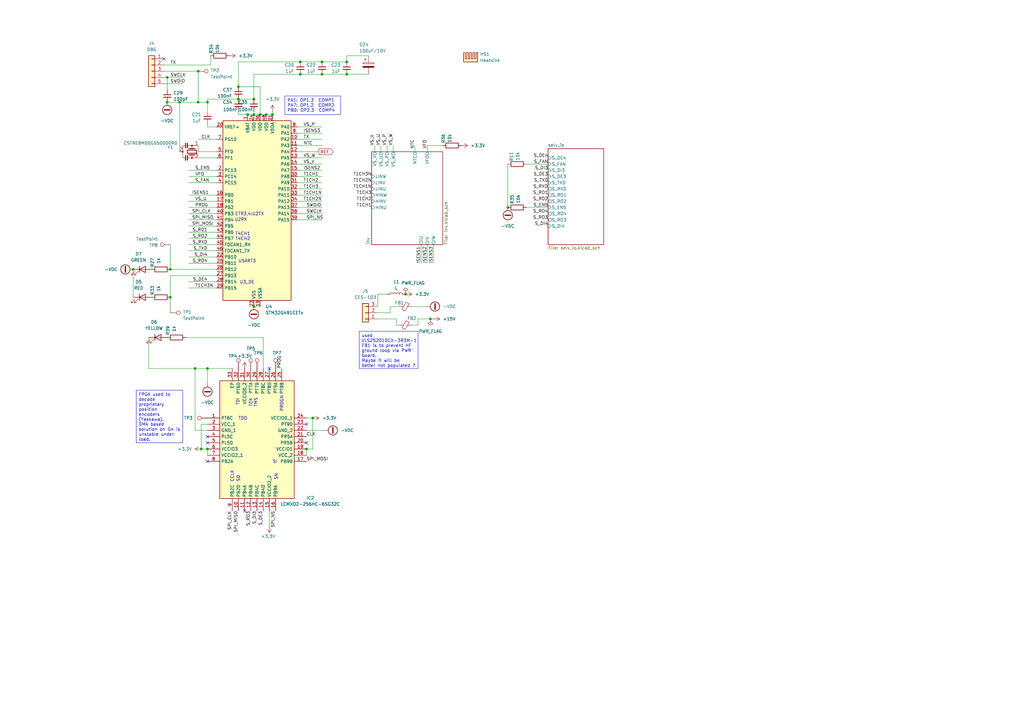
<source format=kicad_sch>
(kicad_sch (version 20231120) (generator "eeschema") (generator_version "8.0")
  (paper "A3")
  (title_block (title "SPM IGBT motor inverter") (date "2024-12-11") (rev "B3") (company "EAX Labs"))
  (lib_symbols
    (symbol "Connector:TestPoint" (pin_numbers hide) (pin_names (offset 0.762) hide)
      (property "Reference" "TP" (at 0 6.858 0))
      (property "Value" "TestPoint" (at 0 5.08 0))
      (symbol "TestPoint_0_1"
        (circle (center 0 3.302) (radius 0.762))
      )
      (symbol "TestPoint_1_1"
        (pin passive line (at 0 0 90) (length 2.54) (name "1") (number "1"))
      )
    )
    (symbol "Connector_Generic:Conn_01x03" (pin_names (offset 1.016) hide)
      (property "Reference" "J" (at 0 5.08 0))
      (property "Value" "Conn_01x03" (at 0 -5.08 0))
      (symbol "Conn_01x03_1_1"
        (rectangle (start -1.27 -2.413) (end 0 -2.667) (stroke (width 0.1524)))
        (rectangle (start -1.27 0.127) (end 0 -0.127) (stroke (width 0.1524)))
        (rectangle (start -1.27 2.667) (end 0 2.413) (stroke (width 0.1524)))
        (rectangle (start -1.27 3.81) (end 1.27 -3.81) (stroke (width 0.254)) (fill (type background)))
        (pin passive line (at -5.08 2.54 0) (length 3.81) (name "Pin_1") (number "1"))
        (pin passive line (at -5.08 0 0) (length 3.81) (name "Pin_2") (number "2"))
        (pin passive line (at -5.08 -2.54 0) (length 3.81) (name "Pin_3") (number "3"))
      )
    )
    (symbol "Connector_Generic:Conn_01x05" (pin_names (offset 1.016) hide)
      (property "Reference" "J" (at 0 7.62 0))
      (property "Value" "Conn_01x05" (at 0 -7.62 0))
      (symbol "Conn_01x05_1_1"
        (rectangle (start -1.27 -4.953) (end 0 -5.207) (stroke (width 0.1524)))
        (rectangle (start -1.27 -2.413) (end 0 -2.667) (stroke (width 0.1524)))
        (rectangle (start -1.27 0.127) (end 0 -0.127) (stroke (width 0.1524)))
        (rectangle (start -1.27 2.667) (end 0 2.413) (stroke (width 0.1524)))
        (rectangle (start -1.27 5.207) (end 0 4.953) (stroke (width 0.1524)))
        (rectangle (start -1.27 6.35) (end 1.27 -6.35) (stroke (width 0.254)) (fill (type background)))
        (pin passive line (at -5.08 5.08 0) (length 3.81) (name "Pin_1") (number "1"))
        (pin passive line (at -5.08 2.54 0) (length 3.81) (name "Pin_2") (number "2"))
        (pin passive line (at -5.08 0 0) (length 3.81) (name "Pin_3") (number "3"))
        (pin passive line (at -5.08 -2.54 0) (length 3.81) (name "Pin_4") (number "4"))
        (pin passive line (at -5.08 -5.08 0) (length 3.81) (name "Pin_5") (number "5"))
      )
    )
    (symbol "Device:C_Polarized" (pin_numbers hide) (pin_names (offset 0.254))
      (property "Reference" "C" (at 0.635 2.54 0))
      (property "Value" "C_Polarized" (at 0.635 -2.54 0))
      (symbol "C_Polarized_0_1"
        (rectangle (start -2.286 0.508) (end 2.286 1.016))
        (polyline (pts (xy -1.778 2.286) (xy -0.762 2.286)))
        (polyline (pts (xy -1.27 2.794) (xy -1.27 1.778)))
        (rectangle (start 2.286 -0.508) (end -2.286 -1.016) (fill (type outline)))
      )
      (symbol "C_Polarized_1_1"
        (pin passive line (at 0 3.81 270) (length 2.794) (name "~") (number "1"))
        (pin passive line (at 0 -3.81 90) (length 2.794) (name "~") (number "2"))
      )
    )
    (symbol "Device:C_Small" (pin_numbers hide) (pin_names (offset 0.254) hide)
      (property "Reference" "C" (at 0.254 1.778 0))
      (property "Value" "C_Small" (at 0.254 -2.032 0))
      (symbol "C_Small_0_1"
        (polyline (pts (xy -1.524 -0.508) (xy 1.524 -0.508)) (stroke (width 0.3302)))
        (polyline (pts (xy -1.524 0.508) (xy 1.524 0.508)) (stroke (width 0.3048)))
      )
      (symbol "C_Small_1_1"
        (pin passive line (at 0 2.54 270) (length 2.032) (name "~") (number "1"))
        (pin passive line (at 0 -2.54 90) (length 2.032) (name "~") (number "2"))
      )
    )
    (symbol "Device:FerriteBead_Small" (pin_numbers hide) (pin_names (offset 0))
      (property "Reference" "FB" (at 1.905 1.27 0))
      (property "Value" "FerriteBead_Small" (at 1.905 -1.27 0))
      (symbol "FerriteBead_Small_0_1"
        (polyline (pts (xy 0 -1.27) (xy 0 -0.7874)))
        (polyline (pts (xy 0 0.889) (xy 0 1.2954)))
        (polyline (pts (xy -1.8288 0.2794) (xy -1.1176 1.4986) (xy 1.8288 -0.2032) (xy 1.1176 -1.4224) (xy -1.8288 0.2794)))
      )
      (symbol "FerriteBead_Small_1_1"
        (pin passive line (at 0 2.54 270) (length 1.27) (name "~") (number "1"))
        (pin passive line (at 0 -2.54 90) (length 1.27) (name "~") (number "2"))
      )
    )
    (symbol "Device:L" (pin_numbers hide) (pin_names (offset 1.016) hide)
      (property "Reference" "L" (at -1.27 0 90))
      (property "Value" "L" (at 1.905 0 90))
      (symbol "L_0_1"
        (arc (start 0 -2.54) (mid 0.6323 -1.905) (end 0 -1.27))
        (arc (start 0 -1.27) (mid 0.6323 -0.635) (end 0 0))
        (arc (start 0 0) (mid 0.6323 0.635) (end 0 1.27))
        (arc (start 0 1.27) (mid 0.6323 1.905) (end 0 2.54))
      )
      (symbol "L_1_1"
        (pin passive line (at 0 3.81 270) (length 1.27) (name "1") (number "1"))
        (pin passive line (at 0 -3.81 90) (length 1.27) (name "2") (number "2"))
      )
    )
    (symbol "Device:LED" (pin_numbers hide) (pin_names (offset 1.016) hide)
      (property "Reference" "D" (at 0 2.54 0))
      (property "Value" "LED" (at 0 -2.54 0))
      (symbol "LED_0_1"
        (polyline (pts (xy -1.27 -1.27) (xy -1.27 1.27)) (stroke (width 0.254)))
        (polyline (pts (xy -1.27 0) (xy 1.27 0)))
        (polyline (pts (xy 1.27 -1.27) (xy 1.27 1.27) (xy -1.27 0) (xy 1.27 -1.27)) (stroke (width 0.254)))
        (polyline (pts (xy -3.048 -0.762) (xy -4.572 -2.286) (xy -3.81 -2.286) (xy -4.572 -2.286) (xy -4.572 -1.524)))
        (polyline (pts (xy -1.778 -0.762) (xy -3.302 -2.286) (xy -2.54 -2.286) (xy -3.302 -2.286) (xy -3.302 -1.524)))
      )
      (symbol "LED_1_1"
        (pin passive line (at -3.81 0 0) (length 2.54) (name "K") (number "1"))
        (pin passive line (at 3.81 0 180) (length 2.54) (name "A") (number "2"))
      )
    )
    (symbol "Device:R" (pin_numbers hide) (pin_names (offset 0))
      (property "Reference" "R" (at 2.032 0 90))
      (property "Value" "R" (at 0 0 90))
      (symbol "R_0_1"
        (rectangle (start -1.016 -2.54) (end 1.016 2.54) (stroke (width 0.254)))
      )
      (symbol "R_1_1"
        (pin passive line (at 0 3.81 270) (length 1.27) (name "~") (number "1"))
        (pin passive line (at 0 -3.81 90) (length 1.27) (name "~") (number "2"))
      )
    )
    (symbol "Device:Resonator_Small" (pin_names (offset 1.016) hide)
      (property "Reference" "Y" (at 3.175 1.905 0))
      (property "Value" "Resonator_Small" (at 3.175 0 0))
      (symbol "Resonator_Small_0_1"
        (rectangle (start -3.556 -2.54) (end -1.524 -2.794) (fill (type outline)))
        (rectangle (start -3.556 -1.778) (end -1.524 -2.032) (fill (type outline)))
        (circle (center -2.54 0) (radius 0.254) (fill (type outline)))
        (rectangle (start -0.635 1.905) (end 0.635 -1.905) (stroke (width 0.3048)))
        (circle (center 0 -3.81) (radius 0.254) (fill (type outline)))
        (polyline (pts (xy -2.54 -1.778) (xy -2.54 0)))
        (polyline (pts (xy -2.54 0) (xy -1.397 0)))
        (polyline (pts (xy -2.54 1.27) (xy -2.54 0)))
        (polyline (pts (xy -1.27 -1.27) (xy -1.27 1.27)) (stroke (width 0.381)))
        (polyline (pts (xy 1.27 -1.27) (xy 1.27 1.27)) (stroke (width 0.381)))
        (polyline (pts (xy 1.27 0) (xy 2.54 0)))
        (polyline (pts (xy 2.54 0) (xy 2.54 -1.778)))
        (polyline (pts (xy 2.54 1.27) (xy 2.54 0)))
        (polyline (pts (xy 2.413 -2.794) (xy 2.413 -3.81) (xy -2.413 -3.81) (xy -2.413 -2.667)))
        (rectangle (start 1.524 -2.54) (end 3.556 -2.794) (fill (type outline)))
        (rectangle (start 1.524 -1.778) (end 3.556 -2.032) (fill (type outline)))
        (circle (center 2.54 0) (radius 0.254) (fill (type outline)))
      )
      (symbol "Resonator_Small_1_1"
        (pin passive line (at -2.54 2.54 270) (length 1.27) (name "1") (number "1"))
        (pin passive line (at 0 -5.08 90) (length 1.27) (name "2") (number "2"))
        (pin passive line (at 2.54 2.54 270) (length 1.27) (name "3") (number "3"))
      )
    )
    (symbol "EAX:LCMXO2-256HC-6SG32C"
      (property "Reference" "IC" (at 36.83 20.32 0))
      (property "Value" "LCMXO2-256HC-6SG32C" (at 36.83 17.78 0))
      (symbol "LCMXO2-256HC-6SG32C_1_1"
        (rectangle (start 5.08 15.24) (end 35.56 -33.02) (stroke (width 0.254)) (fill (type background)))
        (pin passive line (at 0 0 0) (length 5.08) (name "PT6C") (number "1"))
        (pin passive line (at 12.7 -38.1 90) (length 5.08) (name "PB2D") (number "10"))
        (pin passive line (at 15.24 -38.1 90) (length 5.08) (name "PB4A") (number "11"))
        (pin passive line (at 17.78 -38.1 90) (length 5.08) (name "PB4B") (number "12"))
        (pin passive line (at 20.32 -38.1 90) (length 5.08) (name "PB4C") (number "13"))
        (pin passive line (at 22.86 -38.1 90) (length 5.08) (name "PB4D") (number "14"))
        (pin power_in line (at 25.4 -38.1 90) (length 5.08) (name "VCCIO2_2") (number "15"))
        (pin passive line (at 27.94 -38.1 90) (length 5.08) (name "PB9A") (number "16"))
        (pin passive line (at 40.64 -17.78 180) (length 5.08) (name "PB9B") (number "17"))
        (pin power_in line (at 40.64 -15.24 180) (length 5.08) (name "VCC_2") (number "18"))
        (pin power_in line (at 40.64 -12.7 180) (length 5.08) (name "VCCIO1") (number "19"))
        (pin passive line (at 0 -2.54 0) (length 5.08) (name "VCC_1") (number "2"))
        (pin passive line (at 40.64 -10.16 180) (length 5.08) (name "PR5B") (number "20"))
        (pin passive line (at 40.64 -7.62 180) (length 5.08) (name "PR5A") (number "21"))
        (pin power_in line (at 40.64 -5.08 180) (length 5.08) (name "GND_2") (number "22"))
        (pin passive line (at 40.64 -2.54 180) (length 5.08) (name "PT9D") (number "23"))
        (pin power_in line (at 40.64 0 180) (length 5.08) (name "VCCIO0_1") (number "24"))
        (pin passive line (at 30.48 20.32 270) (length 5.08) (name "PT9B") (number "25"))
        (pin passive line (at 27.94 20.32 270) (length 5.08) (name "PT9A") (number "26"))
        (pin passive line (at 25.4 20.32 270) (length 5.08) (name "PT8D") (number "27"))
        (pin passive line (at 22.86 20.32 270) (length 5.08) (name "PT8C") (number "28"))
        (pin passive line (at 20.32 20.32 270) (length 5.08) (name "PT7B") (number "29"))
        (pin power_in line (at 0 -5.08 0) (length 5.08) (name "GND_1") (number "3"))
        (pin passive line (at 17.78 20.32 270) (length 5.08) (name "PT7A") (number "30"))
        (pin power_in line (at 15.24 20.32 270) (length 5.08) (name "VCCIO0_2") (number "31"))
        (pin passive line (at 12.7 20.32 270) (length 5.08) (name "PT6D") (number "32"))
        (pin power_in line (at 10.16 20.32 270) (length 5.08) (name "EP") (number "33"))
        (pin passive line (at 0 -7.62 0) (length 5.08) (name "PL5C") (number "4"))
        (pin passive line (at 0 -10.16 0) (length 5.08) (name "PL5D") (number "5"))
        (pin passive line (at 0 -12.7 0) (length 5.08) (name "VCCIO3") (number "6"))
        (pin passive line (at 0 -15.24 0) (length 5.08) (name "VCCIO2_1") (number "7"))
        (pin passive line (at 0 -17.78 0) (length 5.08) (name "PB2A") (number "8"))
        (pin passive line (at 10.16 -38.1 90) (length 5.08) (name "PB2C") (number "9"))
      )
    )
    (symbol "MCU_ST_STM32G4:STM32G431C8Tx"
      (property "Reference" "U" (at -12.7 39.37 0))
      (property "Value" "STM32G431C8Tx" (at 10.16 39.37 0))
      (symbol "STM32G431C8Tx_0_1"
        (rectangle (start -12.7 -35.56) (end 15.24 38.1) (stroke (width 0.254)) (fill (type background)))
      )
      (symbol "STM32G431C8Tx_1_1"
        (pin power_in line (at -2.54 40.64 270) (length 2.54) (name "VBAT") (number "1"))
        (pin bidirectional line (at 17.78 30.48 180) (length 2.54) (name "PA2") (number "10"))
        (pin bidirectional line (at 17.78 27.94 180) (length 2.54) (name "PA3") (number "11"))
        (pin bidirectional line (at 17.78 25.4 180) (length 2.54) (name "PA4") (number "12"))
        (pin bidirectional line (at 17.78 22.86 180) (length 2.54) (name "PA5") (number "13"))
        (pin bidirectional line (at 17.78 20.32 180) (length 2.54) (name "PA6") (number "14"))
        (pin bidirectional line (at 17.78 17.78 180) (length 2.54) (name "PA7") (number "15"))
        (pin bidirectional line (at -15.24 7.62 0) (length 2.54) (name "PB0") (number "16"))
        (pin bidirectional line (at -15.24 5.08 0) (length 2.54) (name "PB1") (number "17"))
        (pin bidirectional line (at -15.24 2.54 0) (length 2.54) (name "PB2") (number "18"))
        (pin power_in line (at 2.54 -38.1 90) (length 2.54) (name "VSSA") (number "19"))
        (pin bidirectional line (at -15.24 17.78 0) (length 2.54) (name "PC13") (number "2"))
        (pin input line (at -15.24 35.56 0) (length 2.54) (name "VREF+") (number "20"))
        (pin power_in line (at 7.62 40.64 270) (length 2.54) (name "VDDA") (number "21"))
        (pin bidirectional line (at -15.24 -17.78 0) (length 2.54) (name "PB10") (number "22"))
        (pin power_in line (at 0 -38.1 90) (length 2.54) (name "VSS") (number "23"))
        (pin power_in line (at 0 40.64 270) (length 2.54) (name "VDD") (number "24"))
        (pin bidirectional line (at -15.24 -20.32 0) (length 2.54) (name "PB11") (number "25"))
        (pin bidirectional line (at -15.24 -22.86 0) (length 2.54) (name "PB12") (number "26"))
        (pin bidirectional line (at -15.24 -25.4 0) (length 2.54) (name "PB13") (number "27"))
        (pin bidirectional line (at -15.24 -27.94 0) (length 2.54) (name "PB14") (number "28"))
        (pin bidirectional line (at -15.24 -30.48 0) (length 2.54) (name "PB15") (number "29"))
        (pin bidirectional line (at -15.24 15.24 0) (length 2.54) (name "PC14") (number "3"))
        (pin bidirectional line (at 17.78 15.24 180) (length 2.54) (name "PA8") (number "30"))
        (pin bidirectional line (at 17.78 12.7 180) (length 2.54) (name "PA9") (number "31"))
        (pin bidirectional line (at 17.78 10.16 180) (length 2.54) (name "PA10") (number "32"))
        (pin bidirectional line (at 17.78 7.62 180) (length 2.54) (name "PA11") (number "33") (alternate "FDCAN1_RX" bidirectional line))
        (pin bidirectional line (at 17.78 5.08 180) (length 2.54) (name "PA12") (number "34") (alternate "FDCAN1_TX" bidirectional line))
        (pin passive line (at 0 -38.1 90) (length 2.54) hide (name "VSS") (number "35"))
        (pin power_in line (at 2.54 40.64 270) (length 2.54) (name "VDD") (number "36"))
        (pin bidirectional line (at 17.78 2.54 180) (length 2.54) (name "PA13") (number "37") (alternate "" input line))
        (pin bidirectional line (at 17.78 0 180) (length 2.54) (name "PA14") (number "38") (alternate "" input line))
        (pin bidirectional line (at 17.78 -2.54 180) (length 2.54) (name "PA15") (number "39"))
        (pin bidirectional line (at -15.24 12.7 0) (length 2.54) (name "PC15") (number "4"))
        (pin bidirectional line (at -15.24 0 0) (length 2.54) (name "PB3") (number "40"))
        (pin bidirectional line (at -15.24 -2.54 0) (length 2.54) (name "PB4") (number "41"))
        (pin bidirectional line (at -15.24 -5.08 0) (length 2.54) (name "PB5") (number "42"))
        (pin bidirectional line (at -15.24 -7.62 0) (length 2.54) (name "PB6") (number "43"))
        (pin bidirectional line (at -15.24 -10.16 0) (length 2.54) (name "PB7") (number "44"))
        (pin bidirectional line (at -15.24 -12.7 0) (length 2.54) (name "PB8") (number "45") (alternate "" input line) (alternate "FDCAN1_RX" bidirectional line))
        (pin bidirectional line (at -15.24 -15.24 0) (length 2.54) (name "PB9") (number "46") (alternate "FDCAN1_TX" bidirectional line))
        (pin passive line (at 0 -38.1 90) (length 2.54) hide (name "VSS") (number "47"))
        (pin power_in line (at 5.08 40.64 270) (length 2.54) (name "VDD") (number "48"))
        (pin bidirectional line (at -15.24 25.4 0) (length 2.54) (name "PF0") (number "5"))
        (pin bidirectional line (at -15.24 22.86 0) (length 2.54) (name "PF1") (number "6"))
        (pin bidirectional line (at -15.24 30.48 0) (length 2.54) (name "PG10") (number "7"))
        (pin bidirectional line (at 17.78 35.56 180) (length 2.54) (name "PA0") (number "8"))
        (pin bidirectional line (at 17.78 33.02 180) (length 2.54) (name "PA1") (number "9"))
      )
    )
    (symbol "Mechanical:Heatsink" (pin_names (offset 1.016)) (exclude_from_sim yes)
      (property "Reference" "HS" (at 0 5.08 0))
      (property "Value" "Heatsink" (at 0 -1.27 0))
      (symbol "Heatsink_0_1"
        (polyline (pts (xy -0.3302 1.27) (xy -0.9652 1.27) (xy -0.9652 3.81) (xy -1.6002 3.81) (xy -1.6002 1.27) (xy -2.2352 1.27) (xy -2.2352 3.81) (xy -2.8702 3.81) (xy -2.8702 0) (xy -0.9652 0)) (stroke (width 0.254)) (fill (type background)))
        (polyline (pts (xy -0.3302 1.27) (xy -0.3302 3.81) (xy 0.3048 3.81) (xy 0.3048 1.27) (xy 0.9398 1.27) (xy 0.9398 3.81) (xy 1.5748 3.81) (xy 1.5748 1.27) (xy 2.2098 1.27) (xy 2.2098 3.81) (xy 2.8448 3.81) (xy 2.8448 0) (xy -0.9652 0)) (stroke (width 0.254)) (fill (type background)))
      )
    )
    (symbol "power:+15V" (power) (pin_numbers hide) (pin_names (offset 0) hide)
      (property "Value" "+15V" (at 0 3.556 0))
      (symbol "+15V_0_1"
        (polyline (pts (xy -0.762 1.27) (xy 0 2.54)))
        (polyline (pts (xy 0 0) (xy 0 2.54)))
        (polyline (pts (xy 0 2.54) (xy 0.762 1.27)))
      )
      (symbol "+15V_1_1"
        (pin power_in line (at 0 0 90) (length 0) (name "~") (number "1"))
      )
    )
    (symbol "power:+3.3V" (power) (pin_numbers hide) (pin_names (offset 0) hide)
      (property "Value" "+3.3V" (at 0 3.556 0))
      (symbol "+3.3V_0_1"
        (polyline (pts (xy -0.762 1.27) (xy 0 2.54)))
        (polyline (pts (xy 0 0) (xy 0 2.54)))
        (polyline (pts (xy 0 2.54) (xy 0.762 1.27)))
      )
      (symbol "+3.3V_1_1"
        (pin power_in line (at 0 0 90) (length 0) (name "~") (number "1"))
      )
    )
    (symbol "power:-VDC" (power) (pin_numbers hide) (pin_names (offset 0) hide)
      (property "Value" "-VDC" (at 0 6.35 0))
      (symbol "-VDC_0_1"
        (polyline (pts (xy -1.143 3.175) (xy 1.143 3.175)) (stroke (width 0.508)))
        (polyline (pts (xy 0 0) (xy 0 1.27)))
        (circle (center 0 3.175) (radius 1.905) (stroke (width 0.254)))
      )
      (symbol "-VDC_1_1"
        (pin power_in line (at 0 0 90) (length 0) (name "~") (number "1"))
      )
    )
    (symbol "power:PWR_FLAG" (power) (pin_numbers hide) (pin_names (offset 0) hide)
      (property "Value" "PWR_FLAG" (at 0 3.81 0))
      (symbol "PWR_FLAG_0_0"
        (pin power_out line (at 0 0 90) (length 0) (name "~") (number "1"))
      )
      (symbol "PWR_FLAG_0_1"
        (polyline (pts (xy 0 0) (xy 0 1.27) (xy -1.016 1.905) (xy 0 2.54) (xy 1.016 1.905) (xy 0 1.27)))
      )
    )
  )
  (junction (at 82.55 184.15))
  (junction (at 104.14 125.73))
  (junction (at 166.37 120.65))
  (junction (at 68.58 41.91))
  (junction (at 106.68 46.99))
  (junction (at 176.53 130.81))
  (junction (at 68.58 31.75))
  (junction (at 85.09 151.13))
  (junction (at 125.73 184.15))
  (junction (at 85.09 41.91))
  (junction (at 97.79 40.64))
  (junction (at 109.22 46.99))
  (junction (at 97.79 35.56))
  (junction (at 142.24 30.48))
  (junction (at 132.08 25.4))
  (junction (at 54.61 110.49))
  (junction (at 132.08 30.48))
  (junction (at 80.01 151.13))
  (junction (at 69.85 121.92))
  (junction (at 101.6 46.99))
  (junction (at 142.24 25.4))
  (junction (at 104.14 40.64))
  (junction (at 111.76 46.99))
  (junction (at 81.28 41.91))
  (junction (at 69.85 110.49))
  (junction (at 123.19 30.48))
  (junction (at 73.66 41.91))
  (junction (at 85.09 184.15))
  (junction (at 208.28 85.09))
  (junction (at 128.27 171.45))
  (junction (at 104.14 46.99))
  (junction (at 123.19 25.4))
  (junction (at 81.28 29.21))
  (no_connect (at 125.73 181.61))
  (no_connect (at 67.31 24.13))
  (no_connect (at 85.09 181.61))
  (no_connect (at 85.09 189.23))
  (no_connect (at 110.49 151.13))
  (no_connect (at 85.09 179.07))
  (no_connect (at 100.33 209.55))
  (no_connect (at 125.73 173.99))
  (wire (pts (xy 142.24 25.4) (xy 132.08 25.4)))
  (wire (pts (xy 77.47 102.87) (xy 88.9 102.87)))
  (wire (pts (xy 125.73 184.15) (xy 128.27 184.15)))
  (wire (pts (xy 104.14 30.48) (xy 104.14 40.64)))
  (wire (pts (xy 123.19 30.48) (xy 104.14 30.48)))
  (wire (pts (xy 158.75 120.65) (xy 154.94 120.65)))
  (wire (pts (xy 77.47 74.93) (xy 88.9 74.93)))
  (wire (pts (xy 163.83 125.73) (xy 160.02 125.73)))
  (wire (pts (xy 110.49 215.9) (xy 110.49 209.55)))
  (wire (pts (xy 97.79 40.64) (xy 85.09 40.64)))
  (wire (pts (xy 97.79 35.56) (xy 106.68 35.56)))
  (wire (pts (xy 54.61 110.49) (xy 54.61 121.92)))
  (wire (pts (xy 85.09 41.91) (xy 81.28 41.91)))
  (wire (pts (xy 81.28 62.23) (xy 88.9 62.23)))
  (wire (pts (xy 125.73 176.53) (xy 133.35 176.53)))
  (wire (pts (xy 128.27 184.15) (xy 128.27 171.45)))
  (wire (pts (xy 177.8 100.33) (xy 177.8 107.95)))
  (wire (pts (xy 68.58 31.75) (xy 68.58 36.83)))
  (wire (pts (xy 171.45 130.81) (xy 176.53 130.81)))
  (wire (pts (xy 88.9 52.07) (xy 85.09 52.07)))
  (wire (pts (xy 156.21 59.69) (xy 156.21 62.23)))
  (wire (pts (xy 153.67 59.69) (xy 153.67 62.23)))
  (wire (pts (xy 154.94 120.65) (xy 154.94 125.73)))
  (wire (pts (xy 101.6 46.99) (xy 104.14 46.99)))
  (wire (pts (xy 132.08 30.48) (xy 123.19 30.48)))
  (wire (pts (xy 67.31 26.67) (xy 86.36 26.67)))
  (wire (pts (xy 81.28 41.91) (xy 73.66 41.91)))
  (wire (pts (xy 73.66 41.91) (xy 68.58 41.91)))
  (wire (pts (xy 175.26 125.73) (xy 168.91 125.73)))
  (wire (pts (xy 97.79 45.72) (xy 97.79 46.99)))
  (wire (pts (xy 77.47 72.39) (xy 88.9 72.39)))
  (wire (pts (xy 104.14 125.73) (xy 106.68 125.73)))
  (wire (pts (xy 67.31 29.21) (xy 81.28 29.21)))
  (wire (pts (xy 106.68 46.99) (xy 109.22 46.99)))
  (wire (pts (xy 77.47 82.55) (xy 88.9 82.55)))
  (wire (pts (xy 172.72 100.33) (xy 172.72 107.95)))
  (wire (pts (xy 106.68 35.56) (xy 106.68 46.99)))
  (wire (pts (xy 81.28 29.21) (xy 81.28 41.91)))
  (wire (pts (xy 77.47 118.11) (xy 88.9 118.11)))
  (wire (pts (xy 86.36 26.67) (xy 86.36 22.86)))
  (wire (pts (xy 123.19 25.4) (xy 97.79 25.4)))
  (wire (pts (xy 81.28 57.15) (xy 88.9 57.15)))
  (wire (pts (xy 73.66 41.91) (xy 73.66 62.23)))
  (wire (pts (xy 121.92 80.01) (xy 132.08 80.01)))
  (wire (pts (xy 160.02 128.27) (xy 154.94 128.27)))
  (wire (pts (xy 68.58 31.75) (xy 74.93 31.75)))
  (wire (pts (xy 69.85 100.33) (xy 69.85 110.49)))
  (wire (pts (xy 121.92 74.93) (xy 132.08 74.93)))
  (wire (pts (xy 121.92 85.09) (xy 132.08 85.09)))
  (wire (pts (xy 171.45 133.35) (xy 171.45 130.81)))
  (wire (pts (xy 85.09 184.15) (xy 85.09 186.69)))
  (wire (pts (xy 104.14 45.72) (xy 104.14 46.99)))
  (wire (pts (xy 67.31 31.75) (xy 68.58 31.75)))
  (wire (pts (xy 104.14 40.64) (xy 97.79 40.64)))
  (wire (pts (xy 176.53 130.81) (xy 177.8 130.81)))
  (wire (pts (xy 69.85 113.03) (xy 69.85 121.92)))
  (wire (pts (xy 125.73 184.15) (xy 125.73 186.69)))
  (wire (pts (xy 158.75 59.69) (xy 158.75 62.23)))
  (wire (pts (xy 132.08 25.4) (xy 123.19 25.4)))
  (wire (pts (xy 82.55 184.15) (xy 85.09 184.15)))
  (wire (pts (xy 121.92 69.85) (xy 132.08 69.85)))
  (wire (pts (xy 208.28 67.31) (xy 208.28 85.09)))
  (wire (pts (xy 97.79 25.4) (xy 97.79 35.56)))
  (wire (pts (xy 67.31 34.29) (xy 74.93 34.29)))
  (wire (pts (xy 142.24 30.48) (xy 151.13 30.48)))
  (wire (pts (xy 77.47 107.95) (xy 88.9 107.95)))
  (wire (pts (xy 81.28 62.23) (xy 81.28 59.69)))
  (wire (pts (xy 160.02 125.73) (xy 160.02 128.27)))
  (wire (pts (xy 121.92 67.31) (xy 132.08 67.31)))
  (wire (pts (xy 142.24 22.86) (xy 142.24 25.4)))
  (wire (pts (xy 215.9 67.31) (xy 224.79 67.31)))
  (wire (pts (xy 77.47 69.85) (xy 88.9 69.85)))
  (wire (pts (xy 121.92 57.15) (xy 132.08 57.15)))
  (wire (pts (xy 81.28 64.77) (xy 88.9 64.77)))
  (wire (pts (xy 104.14 46.99) (xy 106.68 46.99)))
  (wire (pts (xy 121.92 62.23) (xy 130.81 62.23)))
  (wire (pts (xy 121.92 59.69) (xy 132.08 59.69)))
  (wire (pts (xy 121.92 87.63) (xy 132.08 87.63)))
  (wire (pts (xy 77.47 115.57) (xy 88.9 115.57)))
  (wire (pts (xy 77.47 87.63) (xy 88.9 87.63)))
  (wire (pts (xy 121.92 82.55) (xy 132.08 82.55)))
  (wire (pts (xy 175.26 59.69) (xy 181.61 59.69)))
  (wire (pts (xy 69.85 121.92) (xy 69.85 128.27)))
  (wire (pts (xy 111.76 45.72) (xy 111.76 46.99)))
  (wire (pts (xy 60.96 138.43) (xy 60.96 151.13)))
  (wire (pts (xy 121.92 72.39) (xy 132.08 72.39)))
  (wire (pts (xy 162.56 130.81) (xy 154.94 130.81)))
  (wire (pts (xy 175.26 59.69) (xy 175.26 62.23)))
  (wire (pts (xy 77.47 80.01) (xy 88.9 80.01)))
  (wire (pts (xy 85.09 52.07) (xy 85.09 50.8)))
  (wire (pts (xy 95.25 151.13) (xy 85.09 151.13)))
  (wire (pts (xy 97.79 46.99) (xy 101.6 46.99)))
  (wire (pts (xy 85.09 151.13) (xy 85.09 157.48)))
  (wire (pts (xy 168.91 133.35) (xy 171.45 133.35)))
  (wire (pts (xy 121.92 54.61) (xy 132.08 54.61)))
  (wire (pts (xy 121.92 64.77) (xy 132.08 64.77)))
  (wire (pts (xy 69.85 110.49) (xy 88.9 110.49)))
  (wire (pts (xy 107.95 138.43) (xy 76.2 138.43)))
  (wire (pts (xy 80.01 151.13) (xy 85.09 151.13)))
  (wire (pts (xy 77.47 95.25) (xy 88.9 95.25)))
  (wire (pts (xy 85.09 40.64) (xy 85.09 41.91)))
  (wire (pts (xy 60.96 151.13) (xy 80.01 151.13)))
  (wire (pts (xy 85.09 45.72) (xy 85.09 41.91)))
  (wire (pts (xy 121.92 90.17) (xy 132.08 90.17)))
  (wire (pts (xy 161.29 59.69) (xy 161.29 62.23)))
  (wire (pts (xy 77.47 92.71) (xy 88.9 92.71)))
  (wire (pts (xy 142.24 30.48) (xy 132.08 30.48)))
  (wire (pts (xy 77.47 85.09) (xy 88.9 85.09)))
  (wire (pts (xy 125.73 171.45) (xy 128.27 171.45)))
  (wire (pts (xy 151.13 22.86) (xy 142.24 22.86)))
  (wire (pts (xy 121.92 77.47) (xy 132.08 77.47)))
  (wire (pts (xy 77.47 105.41) (xy 88.9 105.41)))
  (wire (pts (xy 121.92 52.07) (xy 132.08 52.07)))
  (wire (pts (xy 109.22 46.99) (xy 111.76 46.99)))
  (wire (pts (xy 85.09 173.99) (xy 82.55 173.99)))
  (wire (pts (xy 80.01 176.53) (xy 80.01 151.13)))
  (wire (pts (xy 82.55 173.99) (xy 82.55 184.15)))
  (wire (pts (xy 77.47 97.79) (xy 88.9 97.79)))
  (wire (pts (xy 215.9 85.09) (xy 224.79 85.09)))
  (wire (pts (xy 85.09 176.53) (xy 80.01 176.53)))
  (wire (pts (xy 77.47 90.17) (xy 88.9 90.17)))
  (wire (pts (xy 69.85 113.03) (xy 88.9 113.03)))
  (wire (pts (xy 170.18 59.69) (xy 170.18 62.23)))
  (wire (pts (xy 107.95 151.13) (xy 107.95 138.43)))
  (wire (pts (xy 175.26 100.33) (xy 175.26 107.95)))
  (wire (pts (xy 77.47 100.33) (xy 88.9 100.33)))
  (wire (pts (xy 162.56 133.35) (xy 163.83 133.35)))
  (wire (pts (xy 162.56 133.35) (xy 162.56 130.81)))
  (text_box "PA1: OP1,3  COMP1\nPA7: OP1,2  COMP2\nPB0: OP2,3  COMP4" (at 116.84 39.37 0) (size 22.86 7.62) (effects (font (size 1.27 1.27)) (justify left top)))
  (text_box "FPGA used to decode proprietary position encoders (Yaskawa). \nDMA based solution on G4 is unstable under load." (at 55.88 160.02 0) (size 19.05 21.59) (effects (font (size 1.27 1.27)) (justify left top)))
  (text_box "used VLS252010CX-3R3M-1\nFB1 is to prevent HF ground loop via PWR board. \nMaybe it will be better not populated ?" (at 147.32 135.89 0) (size 24.13 15.24) (effects (font (size 1.27 1.27)) (justify left top)))
  (text "TDI" (at 97.536 164.846 90) (effects (font (size 1.27 1.27))))
  (text "PROGN" (at 115.57 165.608 90) (effects (font (size 1.27 1.27))))
  (text "TDO" (at 99.568 171.704 0) (effects (font (size 1.27 1.27))))
  (text "SO" (at 97.79 196.342 90) (effects (font (size 1.27 1.27))))
  (text "USART3" (at 101.346 107.188 0) (effects (font (size 1.27 1.27))))
  (text "T4CH1\nT4CH2" (at 99.568 97.028 0) (effects (font (size 1.27 1.27))))
  (text "TCK\nTMS" (at 103.886 165.1 90) (effects (font (size 1.27 1.27))))
  (text "SN" (at 113.284 195.58 90) (effects (font (size 1.27 1.27))))
  (text "SI" (at 112.776 189.484 0) (effects (font (size 1.27 1.27))))
  (text "U2RX" (at 98.806 90.17 0) (effects (font (size 1.27 1.27))))
  (text "ETR3,4;U2TX" (at 102.362 87.884 0) (effects (font (size 1.27 1.27))))
  (text "U3_DE" (at 101.346 115.824 0) (effects (font (size 1.27 1.27))))
  (text "CCLK" (at 95.25 195.326 90) (effects (font (size 1.27 1.27))))
  (label "S_DI3" (at 224.79 69.85 180))
  (label "S_DE4" (at 85.09 115.57 180))
  (label "S_EN5" (at 224.79 85.09 180))
  (label "S_RO1" (at 224.79 80.01 180))
  (label "PROG" (at 115.57 151.13 90))
  (label "SPI_MISO" (at 78.74 90.17 0))
  (label "SWDIO" (at 125.73 85.09 0))
  (label "ISENS3" (at 177.8 107.95 90))
  (label "VS_U" (at 156.21 59.69 90))
  (label "VS_P" (at 158.75 59.69 90))
  (label "SPI_MOSI" (at 78.74 92.71 0))
  (label "SWCLK" (at 69.85 31.75 0))
  (label "TX" (at 124.46 57.15 0))
  (label "T1CH1N" (at 152.4 77.47 180))
  (label "SPI_CLK" (at 78.74 87.63 0))
  (label "S_EN5" (at 80.01 69.85 0))
  (label "NTC" (at 124.46 59.69 0))
  (label "ISENS1" (at 78.74 80.01 0))
  (label "SPI_MISO" (at 97.79 209.55 270))
  (label "S_FAN" (at 80.01 74.93 0))
  (label "ISENS1" (at 172.72 107.95 90))
  (label "VS_W" (at 161.29 59.69 90))
  (label "T1CH2N" (at 124.46 82.55 0))
  (label "T1CH3N" (at 80.01 118.11 0))
  (label "ISENS2" (at 175.26 107.95 90))
  (label "VFO" (at 175.26 60.96 90))
  (label "S_RO4" (at 224.79 87.63 180))
  (label "SPI_NS" (at 113.03 209.55 270))
  (label "T1CH2" (at 124.46 74.93 0))
  (label "S_TXD" (at 224.79 74.93 180))
  (label "S_RO1" (at 85.09 95.25 180))
  (label "CLK" (at 125.73 179.07 0))
  (label "S_RO4" (at 85.09 107.95 180))
  (label "T1CH1" (at 124.46 72.39 0))
  (label "VS_U" (at 80.01 82.55 0))
  (label "VS_V" (at 124.46 67.31 0))
  (label "T1CH3N" (at 152.4 72.39 180))
  (label "T1CH2" (at 152.4 82.55 180))
  (label "TX" (at 69.85 26.67 0))
  (label "T1CH1" (at 152.4 85.09 180))
  (label "S_RO2" (at 85.09 97.79 180))
  (label "SPI_NS" (at 125.73 90.17 0))
  (label "VFO" (at 83.82 72.39 180))
  (label "S_DI4" (at 85.09 105.41 180))
  (label "T1CH3" (at 124.46 77.47 0))
  (label "NTC" (at 170.18 60.96 90))
  (label "SWCLK" (at 125.73 87.63 0))
  (label "S_RO3" (at 224.79 90.17 180))
  (label "S_RXD" (at 85.09 100.33 180))
  (label "S_DE3" (at 107.95 209.55 270))
  (label "VS_V" (at 153.67 59.69 90))
  (label "S_DE4" (at 224.79 64.77 180))
  (label "S_FAN" (at 224.79 67.31 180))
  (label "S_RXD" (at 224.79 77.47 180))
  (label "CLK" (at 82.55 57.15 0))
  (label "VS_W" (at 124.46 64.77 0))
  (label "SPI_MOSI" (at 125.73 189.23 0))
  (label "T1CH2N" (at 152.4 74.93 180))
  (label "S_TXD" (at 85.09 102.87 180))
  (label "S_RO2" (at 224.79 82.55 180))
  (label "SPI_CLK" (at 95.25 209.55 270))
  (label "S_DI3" (at 105.41 209.55 270))
  (label "T1CH1N" (at 124.46 80.01 0))
  (label "SWDIO" (at 69.85 34.29 0))
  (label "T1CH3" (at 152.4 80.01 180))
  (label "VS_P" (at 124.46 52.07 0))
  (label "S_DI4" (at 224.79 92.71 180))
  (label "ISENS3" (at 124.46 54.61 0))
  (label "ISENS2" (at 124.46 69.85 0))
  (label "S_DE3" (at 224.79 72.39 180))
  (label "S_RO3" (at 102.87 209.55 270))
  (label "PROG" (at 80.01 85.09 0))
  (global_label "REF" (shape output) (at 130.81 62.23 0) (property "Intersheetrefs" "${INTERSHEET_REFS}" (effects (hide yes))))
  (symbol (lib_id "Device:R") (at 212.09 67.31 90) (mirror x) (unit 1)
    (property "Reference" "R11" (at 209.804 62.23 0) (effects (justify left)))
    (property "Value" "10k" (at 212.344 62.23 0) (effects (justify left)))
    (property "Footprint" "Resistor_SMD:R_0603_1608Metric_Pad0.98x0.95mm_HandSolder" (effects (hide yes)))
    (property "Description" "Resistor" (effects (hide yes)))
  )
  (symbol (lib_id "power:-VDC") (at 175.26 125.73 270) (unit 1)
    (property "Reference" "#PWR044" (effects (hide yes)))
    (property "Value" "-VDC" (at 181.61 125.7299 90) (effects (justify left)))
    (property "Description" "Power symbol creates a global label with name \"-VDC\"" (effects (hide yes)))
  )
  (symbol (lib_id "power:+3.3V") (at 189.23 59.69 270) (unit 1)
    (property "Reference" "#PWR067" (effects (hide yes)))
    (property "Value" "+3.3V" (at 193.04 59.6899 90) (effects (justify left)))
    (property "Description" "Power symbol creates a global label with name \"+3.3V\"" (effects (hide yes)))
  )
  (symbol (lib_id "power:-VDC") (at 85.09 157.48 180) (unit 1)
    (property "Reference" "#PWR060" (effects (hide yes)))
    (property "Value" "-VDC" (at 85.09 165.1 0))
    (property "Description" "Power symbol creates a global label with name \"-VDC\"" (effects (hide yes)))
  )
  (symbol (lib_id "Connector:TestPoint") (at 97.79 151.13 0) (unit 1)
    (property "Reference" "TP4" (at 93.726 146.05 0) (effects (justify left)))
    (property "Value" "TestPoint" (effects (hide yes)))
    (property "Footprint" "TestPoint:TestPoint_THTPad_D1.0mm_Drill0.5mm" (effects (hide yes)))
    (property "Description" "test point" (effects (hide yes)))
  )
  (symbol (lib_id "Device:R") (at 90.17 22.86 90) (mirror x) (unit 1)
    (property "Reference" "R34" (at 86.614 18.034 0) (effects (justify left)))
    (property "Value" "10k" (at 89.154 18.034 0) (effects (justify left)))
    (property "Footprint" "Resistor_SMD:R_0603_1608Metric_Pad0.98x0.95mm_HandSolder" (effects (hide yes)))
    (property "Description" "Resistor" (effects (hide yes)))
  )
  (symbol (lib_id "Device:R") (at 72.39 138.43 90) (mirror x) (unit 1)
    (property "Reference" "R39" (at 68.834 133.604 0) (effects (justify left)))
    (property "Value" "1k" (at 71.374 133.604 0) (effects (justify left)))
    (property "Footprint" "Resistor_SMD:R_0603_1608Metric_Pad0.98x0.95mm_HandSolder" (effects (hide yes)))
    (property "Description" "Resistor" (effects (hide yes)))
  )
  (symbol (lib_id "Device:C_Small") (at 97.79 43.18 0) (mirror y) (unit 1)
    (property "Reference" "C34" (at 95.25 41.9162 0) (effects (justify left)))
    (property "Value" "100nF" (at 97.536 44.958 0) (effects (justify left)))
    (property "Footprint" "Capacitor_SMD:C_0603_1608Metric_Pad1.08x0.95mm_HandSolder" (effects (hide yes)))
    (property "Description" "Unpolarized capacitor, small symbol" (effects (hide yes)))
  )
  (symbol (lib_id "Device:C_Small") (at 68.58 39.37 0) (unit 1)
    (property "Reference" "C29" (at 71.12 38.1062 0) (effects (justify left)))
    (property "Value" "100pF" (at 71.12 40.6462 0) (effects (justify left)))
    (property "Footprint" "Capacitor_SMD:C_0603_1608Metric_Pad1.08x0.95mm_HandSolder" (effects (hide yes)))
    (property "Description" "Unpolarized capacitor, small symbol" (effects (hide yes)))
  )
  (symbol (lib_id "power:+3.3V") (at 110.49 215.9 180) (unit 1)
    (property "Reference" "#PWR064" (effects (hide yes)))
    (property "Value" "+3.3V" (at 109.982 219.964 0))
    (property "Description" "Power symbol creates a global label with name \"+3.3V\"" (effects (hide yes)))
  )
  (symbol (lib_id "Device:LED") (at 58.42 121.92 0) (unit 1)
    (property "Reference" "D5" (at 56.8325 115.57 0))
    (property "Value" "RED" (at 56.8325 118.11 0))
    (property "Footprint" "LED_SMD:LED_0603_1608Metric" (effects (hide yes)))
    (property "Description" "Light emitting diode" (effects (hide yes)))
  )
  (symbol (lib_id "Device:C_Small") (at 132.08 27.94 0) (mirror y) (unit 1)
    (property "Reference" "C22" (at 129.54 26.6762 0) (effects (justify left)))
    (property "Value" "1uF" (at 129.54 29.2162 0) (effects (justify left)))
    (property "Footprint" "Capacitor_SMD:C_0603_1608Metric_Pad1.08x0.95mm_HandSolder" (effects (hide yes)))
    (property "Description" "Unpolarized capacitor, small symbol" (effects (hide yes)))
  )
  (symbol (lib_id "power:+3.3V") (at 166.37 120.65 270) (unit 1)
    (property "Reference" "#PWR052" (effects (hide yes)))
    (property "Value" "+3.3V" (at 170.18 120.6499 90) (effects (justify left)))
    (property "Description" "Power symbol creates a global label with name \"+3.3V\"" (effects (hide yes)))
  )
  (symbol (lib_id "Connector:TestPoint") (at 85.09 171.45 90) (unit 1)
    (property "Reference" "TP3" (at 77.216 171.45 90))
    (property "Value" "TestPoint" (effects (hide yes)))
    (property "Footprint" "TestPoint:TestPoint_THTPad_D1.0mm_Drill0.5mm" (effects (hide yes)))
    (property "Description" "test point" (effects (hide yes)))
  )
  (symbol (lib_id "Device:FerriteBead_Small") (at 166.37 133.35 90) (unit 1)
    (property "Reference" "FB2" (at 168.91 130.556 90))
    (property "Value" "FerriteBead_Small" (effects (hide yes)))
    (property "Footprint" "Inductor_SMD:L_1206_3216Metric" (effects (hide yes)))
    (property "Description" "Ferrite bead, small symbol" (effects (hide yes)))
  )
  (symbol (lib_id "MCU_ST_STM32G4:STM32G431C8Tx") (at 104.14 87.63 0) (unit 1)
    (property "Reference" "U4" (at 108.8741 125.73 0) (effects (justify left)))
    (property "Value" "STM32G491CETx" (at 108.8741 128.27 0) (effects (justify left)))
    (property "Footprint" "Package_QFP:LQFP-48_7x7mm_P0.5mm" (effects (hide yes)))
    (property "Datasheet" "https://www.st.com/resource/en/datasheet/stm32g431c8.pdf" (effects (hide yes)))
    (property "Description" "STMicroelectronics Arm Cortex-M4 MCU, 64KB flash, 32KB RAM, 170 MHz, 1.71-3.6V, 38 GPIO, LQFP48" (effects (hide yes)))
    (pin "46" (alternate "FDCAN1_TX"))
    (pin "38" (alternate "PA14"))
    (pin "37" (alternate "PA13"))
    (pin "45" (alternate "FDCAN1_RX"))
  )
  (symbol (lib_id "Device:C_Small") (at 85.09 48.26 0) (mirror y) (unit 1)
    (property "Reference" "C21" (at 82.55 46.9962 0) (effects (justify left)))
    (property "Value" "1uF" (at 82.55 49.5362 0) (effects (justify left)))
    (property "Footprint" "Capacitor_SMD:C_0603_1608Metric_Pad1.08x0.95mm_HandSolder" (effects (hide yes)))
    (property "Description" "Unpolarized capacitor, small symbol" (effects (hide yes)))
  )
  (symbol (lib_id "power:PWR_FLAG") (at 166.37 120.65 0) (unit 1)
    (property "Reference" "#FLG04" (effects (hide yes)))
    (property "Value" "PWR_FLAG" (at 169.418 116.078 0))
    (property "Description" "Special symbol for telling ERC where power comes from" (effects (hide yes)))
  )
  (symbol (lib_id "Device:R") (at 212.09 85.09 90) (mirror x) (unit 1)
    (property "Reference" "R35" (at 210.058 79.756 0) (effects (justify left)))
    (property "Value" "10k" (at 212.598 79.756 0) (effects (justify left)))
    (property "Footprint" "Resistor_SMD:R_0603_1608Metric_Pad0.98x0.95mm_HandSolder" (effects (hide yes)))
    (property "Description" "Resistor" (effects (hide yes)))
  )
  (symbol (lib_id "Device:LED") (at 58.42 110.49 0) (unit 1)
    (property "Reference" "D7" (at 56.8325 104.14 0))
    (property "Value" "GREEN" (at 56.8325 106.68 0))
    (property "Footprint" "LED_SMD:LED_0603_1608Metric" (effects (hide yes)))
    (property "Description" "Light emitting diode" (effects (hide yes)))
  )
  (symbol (lib_id "Device:LED") (at 64.77 138.43 0) (unit 1)
    (property "Reference" "D6" (at 63.1825 132.08 0))
    (property "Value" "YELLOW" (at 63.1825 134.62 0))
    (property "Footprint" "LED_SMD:LED_0603_1608Metric" (effects (hide yes)))
    (property "Description" "Light emitting diode" (effects (hide yes)))
  )
  (symbol (lib_id "power:-VDC") (at 208.28 85.09 180) (unit 1)
    (property "Reference" "#PWR017" (effects (hide yes)))
    (property "Value" "-VDC" (at 208.28 92.71 0))
    (property "Description" "Power symbol creates a global label with name \"-VDC\"" (effects (hide yes)))
  )
  (symbol (lib_id "Device:R") (at 66.04 110.49 90) (mirror x) (unit 1)
    (property "Reference" "R27" (at 62.484 105.664 0) (effects (justify left)))
    (property "Value" "1k" (at 65.024 105.664 0) (effects (justify left)))
    (property "Footprint" "Resistor_SMD:R_0603_1608Metric_Pad0.98x0.95mm_HandSolder" (effects (hide yes)))
    (property "Description" "Resistor" (effects (hide yes)))
  )
  (symbol (lib_id "Device:C_Polarized") (at 151.13 26.67 0) (unit 1)
    (property "Reference" "C24" (at 147.32 18.288 0) (effects (justify left)))
    (property "Value" "100uF/10V" (at 147.32 20.828 0) (effects (justify left)))
    (property "Footprint" "Capacitor_Tantalum_SMD:CP_EIA-6032-28_Kemet-C" (effects (hide yes)))
    (property "Description" "Polarized capacitor" (effects (hide yes)))
  )
  (symbol (lib_id "Device:C_Small") (at 97.79 38.1 0) (mirror y) (unit 1)
    (property "Reference" "C37" (at 95.25 36.8362 0) (effects (justify left)))
    (property "Value" "100nF" (at 95.25 39.3762 0) (effects (justify left)))
    (property "Footprint" "Capacitor_SMD:C_0603_1608Metric_Pad1.08x0.95mm_HandSolder" (effects (hide yes)))
    (property "Description" "Unpolarized capacitor, small symbol" (effects (hide yes)))
  )
  (symbol (lib_id "power:PWR_FLAG") (at 176.53 130.81 180) (unit 1)
    (property "Reference" "#FLG03" (effects (hide yes)))
    (property "Value" "PWR_FLAG" (at 176.53 135.89 0))
    (property "Description" "Special symbol for telling ERC where power comes from" (effects (hide yes)))
  )
  (symbol (lib_id "Device:L") (at 162.56 120.65 90) (unit 1)
    (property "Reference" "L1" (at 162.56 115.57 90))
    (property "Value" "L" (at 162.56 118.11 90))
    (property "Footprint" "Inductor_SMD:L_1206_3216Metric" (effects (hide yes)))
    (property "Description" "Inductor" (effects (hide yes)))
  )
  (symbol (lib_id "Connector_Generic:Conn_01x05") (at 62.23 29.21 0) (mirror y) (unit 1)
    (property "Reference" "J4" (at 62.23 17.78 0))
    (property "Value" "DBG" (at 62.23 20.32 0))
    (property "Footprint" "Connector_Molex:Molex_PicoBlade_53048-0510_1x05_P1.25mm_Horizontal" (effects (hide yes)))
    (property "Description" "Generic connector, single row, 01x05, script generated (kicad-library-utils/schlib/autogen/connector/)" (effects (hide yes)))
  )
  (symbol (lib_id "Mechanical:Heatsink") (at 193.04 25.4 0) (unit 1) (exclude_from_sim yes) (on_board no)
    (property "Reference" "HS1" (at 196.85 22.2249 0) (effects (justify left)))
    (property "Value" "Heatsink" (at 196.85 24.7649 0) (effects (justify left)))
    (property "Footprint" "Heatsink:Heatsink_Stonecold_HS-S03_13.21x12.7mm" (effects (hide yes)))
    (property "Description" "Heatsink" (effects (hide yes)))
  )
  (symbol (lib_id "Connector:TestPoint") (at 102.87 151.13 0) (unit 1)
    (property "Reference" "TP5" (at 101.092 143.002 0) (effects (justify left)))
    (property "Value" "TestPoint" (effects (hide yes)))
    (property "Footprint" "TestPoint:TestPoint_THTPad_D1.0mm_Drill0.5mm" (effects (hide yes)))
    (property "Description" "test point" (effects (hide yes)))
  )
  (symbol (lib_id "power:+3.3V") (at 128.27 171.45 270) (unit 1)
    (property "Reference" "#PWR063" (effects (hide yes)))
    (property "Value" "+3.3V" (at 132.08 171.4499 90) (effects (justify left)))
    (property "Description" "Power symbol creates a global label with name \"+3.3V\"" (effects (hide yes)))
  )
  (symbol (lib_id "Device:C_Small") (at 142.24 27.94 0) (mirror y) (unit 1)
    (property "Reference" "C23" (at 139.7 26.6762 0) (effects (justify left)))
    (property "Value" "1uF" (at 139.7 29.2162 0) (effects (justify left)))
    (property "Footprint" "Capacitor_SMD:C_0603_1608Metric_Pad1.08x0.95mm_HandSolder" (effects (hide yes)))
    (property "Description" "Unpolarized capacitor, small symbol" (effects (hide yes)))
  )
  (symbol (lib_id "Device:Resonator_Small") (at 78.74 62.23 270) (unit 1)
    (property "Reference" "Y1" (at 69.85 60.452 90))
    (property "Value" "CSTNE8M00G550000R0" (at 61.722 58.674 90))
    (property "Footprint" "Crystal:Resonator_SMD_Murata_CSTxExxV-3Pin_3.0x1.1mm" (effects (hide yes)))
    (property "Description" "Three pin ceramic resonator, small symbol" (effects (hide yes)))
  )
  (symbol (lib_id "power:+3.3V") (at 82.55 184.15 90) (unit 1)
    (property "Reference" "#PWR065" (effects (hide yes)))
    (property "Value" "+3.3V" (at 78.74 184.1499 90) (effects (justify left)))
    (property "Description" "Power symbol creates a global label with name \"+3.3V\"" (effects (hide yes)))
  )
  (symbol (lib_id "Connector:TestPoint") (at 105.41 151.13 0) (unit 1)
    (property "Reference" "TP6" (at 104.14 144.78 0) (effects (justify left)))
    (property "Value" "TestPoint" (effects (hide yes)))
    (property "Footprint" "TestPoint:TestPoint_THTPad_D1.0mm_Drill0.5mm" (effects (hide yes)))
    (property "Description" "test point" (effects (hide yes)))
  )
  (symbol (lib_id "Connector:TestPoint") (at 113.03 151.13 0) (unit 1)
    (property "Reference" "TP7" (at 111.76 144.78 0) (effects (justify left)))
    (property "Value" "TestPoint" (effects (hide yes)))
    (property "Footprint" "TestPoint:TestPoint_THTPad_D1.0mm_Drill0.5mm" (effects (hide yes)))
    (property "Description" "test point" (effects (hide yes)))
  )
  (symbol (lib_id "Connector_Generic:Conn_01x03") (at 149.86 128.27 180) (unit 1)
    (property "Reference" "J5" (at 149.86 119.38 0))
    (property "Value" "CES-103" (at 149.86 121.92 0))
    (property "Footprint" "Connector_PinSocket_2.54mm:PinSocket_1x03_P2.54mm_Vertical" (effects (hide yes)))
    (property "Description" "Generic connector, single row, 01x03, script generated (kicad-library-utils/schlib/autogen/connector/)" (effects (hide yes)))
  )
  (symbol (lib_id "power:-VDC") (at 68.58 41.91 180) (unit 1)
    (property "Reference" "#PWR021" (effects (hide yes)))
    (property "Value" "-VDC" (at 68.58 49.53 0))
    (property "Description" "Power symbol creates a global label with name \"-VDC\"" (effects (hide yes)))
  )
  (symbol (lib_id "EAX:LCMXO2-256HC-6SG32C") (at 85.09 171.45 0) (unit 1)
    (property "Reference" "IC2" (at 127.254 204.216 0))
    (property "Value" "LCMXO2-256HC-6SG32C" (at 127.254 206.756 0))
    (property "Footprint" "Package_DFN_QFN:QFN-32-1EP_5x5mm_P0.5mm_EP3.3x3.3mm" (effects (hide yes)))
    (property "Datasheet" "http://www.latticesemi.com/~/media/LatticeSemi/Documents/DataSheets/MachXO23/MachXO2FamilyDataSheet.pdf" (effects (hide yes)))
    (property "Description" "FPGA - Field Programmable Gate Array 256 LUTs 22 I/O 3.3V -6 Speed" (effects (hide yes)))
    (property "Height" "0.65" (effects (hide yes)))
    (property "Manufacturer_Name" "Lattice Semiconductor" (effects (hide yes)))
    (property "Manufacturer_Part_Number" "LCMXO2-256HC-6SG32C" (effects (hide yes)))
    (property "Mouser Part Number" "842-MXO2-256HC6SG32C" (effects (hide yes)))
    (property "Mouser Price/Stock" "https://www.mouser.co.uk/ProductDetail/Lattice/LCMXO2-256HC-6SG32C?qs=0pXo3msJWLPkhUdSpjkGpw%3D%3D" (effects (hide yes)))
    (property "Arrow Part Number" "LCMXO2-256HC-6SG32C" (effects (hide yes)))
    (property "Arrow Price/Stock" "https://www.arrow.com/en/products/lcmxo2-256hc-6sg32c/lattice-semiconductor" (effects (hide yes)))
  )
  (symbol (lib_id "power:+3.3V") (at 100.33 151.13 0) (unit 1)
    (property "Reference" "#PWR062" (effects (hide yes)))
    (property "Value" "+3.3V" (at 100.33 146.05 0))
    (property "Description" "Power symbol creates a global label with name \"+3.3V\"" (effects (hide yes)))
  )
  (symbol (lib_id "Device:C_Small") (at 104.14 43.18 0) (mirror y) (unit 1)
    (property "Reference" "C35" (at 101.6 41.9162 0) (effects (justify left)))
    (property "Value" "100nF" (at 103.886 44.958 0) (effects (justify left)))
    (property "Footprint" "Capacitor_SMD:C_0603_1608Metric_Pad1.08x0.95mm_HandSolder" (effects (hide yes)))
    (property "Description" "Unpolarized capacitor, small symbol" (effects (hide yes)))
  )
  (symbol (lib_id "power:+15V") (at 177.8 130.81 270) (unit 1)
    (property "Reference" "#PWR051" (effects (hide yes)))
    (property "Value" "+15V" (at 181.61 130.8099 90) (effects (justify left)))
    (property "Description" "Power symbol creates a global label with name \"+15V\"" (effects (hide yes)))
  )
  (symbol (lib_id "power:-VDC") (at 133.35 176.53 270) (unit 1)
    (property "Reference" "#PWR061" (effects (hide yes)))
    (property "Value" "-VDC" (at 139.7 176.5299 90) (effects (justify left)))
    (property "Description" "Power symbol creates a global label with name \"-VDC\"" (effects (hide yes)))
  )
  (symbol (lib_id "Connector:TestPoint") (at 81.28 29.21 270) (unit 1)
    (property "Reference" "TP2" (at 86.36 28.956 90) (effects (justify left)))
    (property "Value" "TestPoint" (at 86.36 31.496 90) (effects (justify left)))
    (property "Footprint" "TestPoint:TestPoint_THTPad_D1.0mm_Drill0.5mm" (effects (hide yes)))
    (property "Description" "test point" (effects (hide yes)))
  )
  (symbol (lib_id "Device:C_Small") (at 123.19 27.94 0) (mirror y) (unit 1)
    (property "Reference" "C20" (at 120.65 26.6762 0) (effects (justify left)))
    (property "Value" "1uF" (at 120.65 29.2162 0) (effects (justify left)))
    (property "Footprint" "Capacitor_SMD:C_0603_1608Metric_Pad1.08x0.95mm_HandSolder" (effects (hide yes)))
    (property "Description" "Unpolarized capacitor, small symbol" (effects (hide yes)))
  )
  (symbol (lib_id "Device:R") (at 185.42 59.69 90) (mirror x) (unit 1)
    (property "Reference" "R36" (at 181.864 54.864 0) (effects (justify left)))
    (property "Value" "10k" (at 184.404 54.864 0) (effects (justify left)))
    (property "Footprint" "Resistor_SMD:R_0603_1608Metric_Pad0.98x0.95mm_HandSolder" (effects (hide yes)))
    (property "Description" "Resistor" (effects (hide yes)))
  )
  (symbol (lib_id "Connector:TestPoint") (at 69.85 128.27 270) (unit 1)
    (property "Reference" "TP1" (at 74.93 128.016 90) (effects (justify left)))
    (property "Value" "TestPoint" (at 74.93 130.556 90) (effects (justify left)))
    (property "Footprint" "TestPoint:TestPoint_THTPad_D1.0mm_Drill0.5mm" (effects (hide yes)))
    (property "Description" "test point" (effects (hide yes)))
  )
  (symbol (lib_id "power:+3.3V") (at 93.98 22.86 270) (unit 1)
    (property "Reference" "#PWR059" (effects (hide yes)))
    (property "Value" "+3.3V" (at 97.79 22.8599 90) (effects (justify left)))
    (property "Description" "Power symbol creates a global label with name \"+3.3V\"" (effects (hide yes)))
  )
  (symbol (lib_id "Device:R") (at 66.04 121.92 90) (mirror x) (unit 1)
    (property "Reference" "R33" (at 62.484 117.094 0) (effects (justify left)))
    (property "Value" "1k" (at 65.024 117.094 0) (effects (justify left)))
    (property "Footprint" "Resistor_SMD:R_0603_1608Metric_Pad0.98x0.95mm_HandSolder" (effects (hide yes)))
    (property "Description" "Resistor" (effects (hide yes)))
  )
  (symbol (lib_id "power:-VDC") (at 104.14 125.73 180) (unit 1)
    (property "Reference" "#PWR016" (effects (hide yes)))
    (property "Value" "-VDC" (at 104.14 133.35 0))
    (property "Description" "Power symbol creates a global label with name \"-VDC\"" (effects (hide yes)))
  )
  (symbol (lib_id "Device:FerriteBead_Small") (at 166.37 125.73 90) (unit 1)
    (property "Reference" "FB1" (at 163.83 124.206 90))
    (property "Value" "FerriteBead_Small" (effects (hide yes)))
    (property "Footprint" "Inductor_SMD:L_1206_3216Metric" (effects (hide yes)))
    (property "Description" "Ferrite bead, small symbol" (effects (hide yes)))
  )
  (symbol (lib_id "power:+3.3V") (at 111.76 45.72 0) (unit 1)
    (property "Reference" "#PWR018" (effects (hide yes)))
    (property "Value" "+3.3V" (at 111.76 40.64 0))
    (property "Description" "Power symbol creates a global label with name \"+3.3V\"" (effects (hide yes)))
  )
  (symbol (lib_id "Connector:TestPoint") (at 69.85 100.33 90) (unit 1)
    (property "Reference" "TP8" (at 64.77 100.584 90) (effects (justify left)))
    (property "Value" "TestPoint" (at 64.77 98.044 90) (effects (justify left)))
    (property "Footprint" "TestPoint:TestPoint_THTPad_D1.0mm_Drill0.5mm" (effects (hide yes)))
    (property "Description" "test point" (effects (hide yes)))
  )
  (symbol (lib_id "power:-VDC") (at 54.61 110.49 90) (unit 1)
    (property "Reference" "#PWR030" (effects (hide yes)))
    (property "Value" "-VDC" (at 48.26 110.4899 90) (effects (justify left)))
    (property "Description" "Power symbol creates a global label with name \"-VDC\"" (effects (hide yes)))
  )
  (sheet (at 152.4 62.23) (size 29.21 38.1) (stroke (width 0.1524))
    (property "Sheetname" "inv" (at 151.6884 100.33 90) (effects (justify left bottom)))
    (property "Sheetfile" "inv.kicad_sch" (at 182.1946 100.33 90) (effects (justify left top)))
    (pin "IU" output (at 172.72 100.33 270))
    (pin "IW" output (at 177.8 100.33 270))
    (pin "IV" output (at 175.26 100.33 270))
    (pin "NTC" output (at 170.18 62.23 90))
    (pin "HINU" input (at 152.4 85.09 180))
    (pin "HINV" input (at 152.4 82.55 180))
    (pin "HINW" input (at 152.4 80.01 180))
    (pin "LINW" input (at 152.4 72.39 180))
    (pin "VFO" output (at 175.26 62.23 90))
    (pin "LINV" input (at 152.4 74.93 180))
    (pin "LINU" input (at 152.4 77.47 180))
    (pin "VS_V" output (at 153.67 62.23 90))
    (pin "VS_U" output (at 156.21 62.23 90))
    (pin "VS_P" output (at 158.75 62.23 90))
    (pin "VS_W" output (at 161.29 62.23 90))
  )
  (sheet (at 224.79 60.96) (size 22.86 39.37) (stroke (width 0.1524))
    (property "Sheetname" "selv_io" (at 224.79 60.2484 0) (effects (justify left bottom)))
    (property "Sheetfile" "selv_io.kicad_sch" (at 224.79 100.9146 0) (effects (justify left top)))
    (pin "S_DE4" input (at 224.79 64.77 180))
    (pin "S_FAN" input (at 224.79 67.31 180))
    (pin "S_DI3" input (at 224.79 69.85 180))
    (pin "S_DE3" input (at 224.79 72.39 180))
    (pin "S_RXD" output (at 224.79 77.47 180))
    (pin "S_TXD" input (at 224.79 74.93 180))
    (pin "S_RO1" output (at 224.79 80.01 180))
    (pin "S_RO2" output (at 224.79 82.55 180))
    (pin "S_EN5" input (at 224.79 85.09 180))
    (pin "S_DI4" input (at 224.79 92.71 180))
    (pin "S_RO4" output (at 224.79 87.63 180))
    (pin "S_RO3" output (at 224.79 90.17 180))
  )
)
</source>
